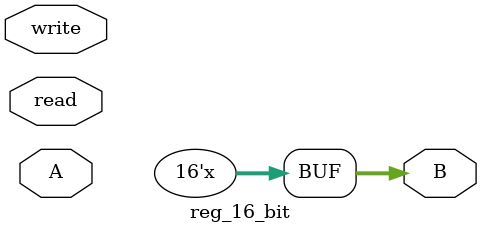
<source format=v>
`timescale 1ns / 1ps

module reg_16_bit(
    input [15:0] A,
    output reg [15:0] B,
    input write,
    input read
    );
	 
	 reg [15:0] value;
	 
	 always begin
	 
		 if (read) B = value;
		 if (write) value = A;
	 
	 end
	 
endmodule

</source>
